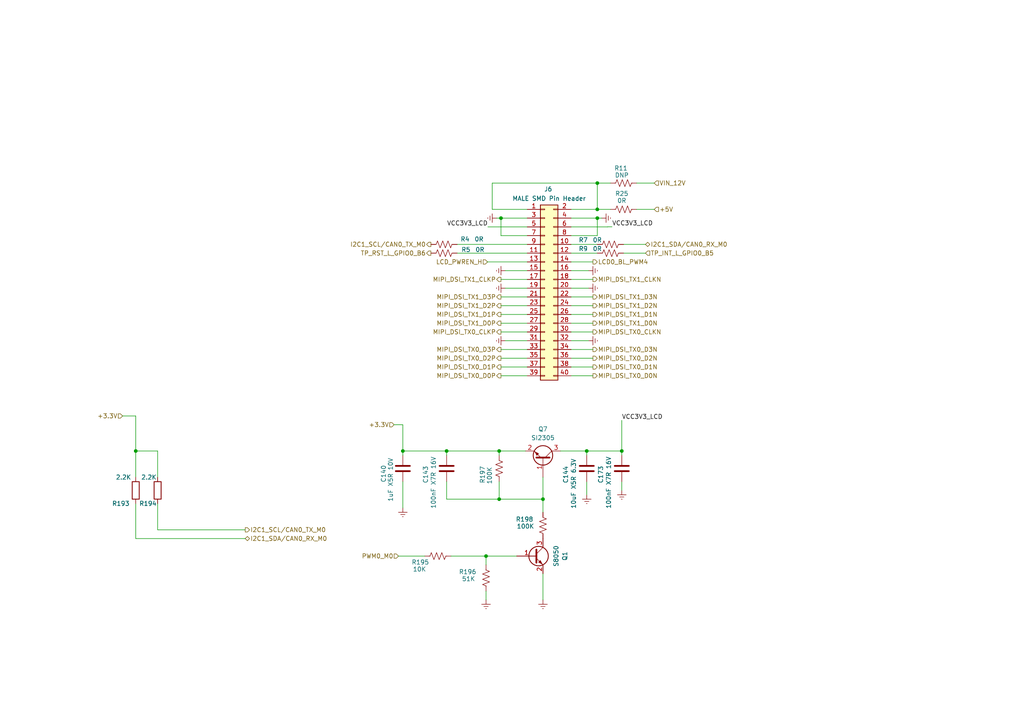
<source format=kicad_sch>
(kicad_sch (version 20231120) (generator "eeschema") (generator_version "8.0")
  (paper "A4")
  (lib_symbols
    (symbol "Connector_Generic:Conn_02x20_Odd_Even" (pin_names (offset 1.016) hide)
      (property "Reference" "J" (at 1.27 25.4 0))
      (property "Value" "Conn_02x20_Odd_Even" (at 1.27 -27.94 0))
      (symbol "Conn_02x20_Odd_Even_1_1"
        (rectangle (start -1.27 -25.273) (end 0 -25.527) (stroke (width 0.1524)))
        (rectangle (start -1.27 -22.733) (end 0 -22.987) (stroke (width 0.1524)))
        (rectangle (start -1.27 -20.193) (end 0 -20.447) (stroke (width 0.1524)))
        (rectangle (start -1.27 -17.653) (end 0 -17.907) (stroke (width 0.1524)))
        (rectangle (start -1.27 -15.113) (end 0 -15.367) (stroke (width 0.1524)))
        (rectangle (start -1.27 -12.573) (end 0 -12.827) (stroke (width 0.1524)))
        (rectangle (start -1.27 -10.033) (end 0 -10.287) (stroke (width 0.1524)))
        (rectangle (start -1.27 -7.493) (end 0 -7.747) (stroke (width 0.1524)))
        (rectangle (start -1.27 -4.953) (end 0 -5.207) (stroke (width 0.1524)))
        (rectangle (start -1.27 -2.413) (end 0 -2.667) (stroke (width 0.1524)))
        (rectangle (start -1.27 0.127) (end 0 -0.127) (stroke (width 0.1524)))
        (rectangle (start -1.27 2.667) (end 0 2.413) (stroke (width 0.1524)))
        (rectangle (start -1.27 5.207) (end 0 4.953) (stroke (width 0.1524)))
        (rectangle (start -1.27 7.747) (end 0 7.493) (stroke (width 0.1524)))
        (rectangle (start -1.27 10.287) (end 0 10.033) (stroke (width 0.1524)))
        (rectangle (start -1.27 12.827) (end 0 12.573) (stroke (width 0.1524)))
        (rectangle (start -1.27 15.367) (end 0 15.113) (stroke (width 0.1524)))
        (rectangle (start -1.27 17.907) (end 0 17.653) (stroke (width 0.1524)))
        (rectangle (start -1.27 20.447) (end 0 20.193) (stroke (width 0.1524)))
        (rectangle (start -1.27 22.987) (end 0 22.733) (stroke (width 0.1524)))
        (rectangle (start -1.27 24.13) (end 3.81 -26.67) (stroke (width 0.254)) (fill (type background)))
        (rectangle (start 3.81 -25.273) (end 2.54 -25.527) (stroke (width 0.1524)))
        (rectangle (start 3.81 -22.733) (end 2.54 -22.987) (stroke (width 0.1524)))
        (rectangle (start 3.81 -20.193) (end 2.54 -20.447) (stroke (width 0.1524)))
        (rectangle (start 3.81 -17.653) (end 2.54 -17.907) (stroke (width 0.1524)))
        (rectangle (start 3.81 -15.113) (end 2.54 -15.367) (stroke (width 0.1524)))
        (rectangle (start 3.81 -12.573) (end 2.54 -12.827) (stroke (width 0.1524)))
        (rectangle (start 3.81 -10.033) (end 2.54 -10.287) (stroke (width 0.1524)))
        (rectangle (start 3.81 -7.493) (end 2.54 -7.747) (stroke (width 0.1524)))
        (rectangle (start 3.81 -4.953) (end 2.54 -5.207) (stroke (width 0.1524)))
        (rectangle (start 3.81 -2.413) (end 2.54 -2.667) (stroke (width 0.1524)))
        (rectangle (start 3.81 0.127) (end 2.54 -0.127) (stroke (width 0.1524)))
        (rectangle (start 3.81 2.667) (end 2.54 2.413) (stroke (width 0.1524)))
        (rectangle (start 3.81 5.207) (end 2.54 4.953) (stroke (width 0.1524)))
        (rectangle (start 3.81 7.747) (end 2.54 7.493) (stroke (width 0.1524)))
        (rectangle (start 3.81 10.287) (end 2.54 10.033) (stroke (width 0.1524)))
        (rectangle (start 3.81 12.827) (end 2.54 12.573) (stroke (width 0.1524)))
        (rectangle (start 3.81 15.367) (end 2.54 15.113) (stroke (width 0.1524)))
        (rectangle (start 3.81 17.907) (end 2.54 17.653) (stroke (width 0.1524)))
        (rectangle (start 3.81 20.447) (end 2.54 20.193) (stroke (width 0.1524)))
        (rectangle (start 3.81 22.987) (end 2.54 22.733) (stroke (width 0.1524)))
        (pin passive line (at -5.08 22.86 0) (length 3.81) (name "Pin_1") (number "1"))
        (pin passive line (at 7.62 12.7 180) (length 3.81) (name "Pin_10") (number "10"))
        (pin passive line (at -5.08 10.16 0) (length 3.81) (name "Pin_11") (number "11"))
        (pin passive line (at 7.62 10.16 180) (length 3.81) (name "Pin_12") (number "12"))
        (pin passive line (at -5.08 7.62 0) (length 3.81) (name "Pin_13") (number "13"))
        (pin passive line (at 7.62 7.62 180) (length 3.81) (name "Pin_14") (number "14"))
        (pin passive line (at -5.08 5.08 0) (length 3.81) (name "Pin_15") (number "15"))
        (pin passive line (at 7.62 5.08 180) (length 3.81) (name "Pin_16") (number "16"))
        (pin passive line (at -5.08 2.54 0) (length 3.81) (name "Pin_17") (number "17"))
        (pin passive line (at 7.62 2.54 180) (length 3.81) (name "Pin_18") (number "18"))
        (pin passive line (at -5.08 0 0) (length 3.81) (name "Pin_19") (number "19"))
        (pin passive line (at 7.62 22.86 180) (length 3.81) (name "Pin_2") (number "2"))
        (pin passive line (at 7.62 0 180) (length 3.81) (name "Pin_20") (number "20"))
        (pin passive line (at -5.08 -2.54 0) (length 3.81) (name "Pin_21") (number "21"))
        (pin passive line (at 7.62 -2.54 180) (length 3.81) (name "Pin_22") (number "22"))
        (pin passive line (at -5.08 -5.08 0) (length 3.81) (name "Pin_23") (number "23"))
        (pin passive line (at 7.62 -5.08 180) (length 3.81) (name "Pin_24") (number "24"))
        (pin passive line (at -5.08 -7.62 0) (length 3.81) (name "Pin_25") (number "25"))
        (pin passive line (at 7.62 -7.62 180) (length 3.81) (name "Pin_26") (number "26"))
        (pin passive line (at -5.08 -10.16 0) (length 3.81) (name "Pin_27") (number "27"))
        (pin passive line (at 7.62 -10.16 180) (length 3.81) (name "Pin_28") (number "28"))
        (pin passive line (at -5.08 -12.7 0) (length 3.81) (name "Pin_29") (number "29"))
        (pin passive line (at -5.08 20.32 0) (length 3.81) (name "Pin_3") (number "3"))
        (pin passive line (at 7.62 -12.7 180) (length 3.81) (name "Pin_30") (number "30"))
        (pin passive line (at -5.08 -15.24 0) (length 3.81) (name "Pin_31") (number "31"))
        (pin passive line (at 7.62 -15.24 180) (length 3.81) (name "Pin_32") (number "32"))
        (pin passive line (at -5.08 -17.78 0) (length 3.81) (name "Pin_33") (number "33"))
        (pin passive line (at 7.62 -17.78 180) (length 3.81) (name "Pin_34") (number "34"))
        (pin passive line (at -5.08 -20.32 0) (length 3.81) (name "Pin_35") (number "35"))
        (pin passive line (at 7.62 -20.32 180) (length 3.81) (name "Pin_36") (number "36"))
        (pin passive line (at -5.08 -22.86 0) (length 3.81) (name "Pin_37") (number "37"))
        (pin passive line (at 7.62 -22.86 180) (length 3.81) (name "Pin_38") (number "38"))
        (pin passive line (at -5.08 -25.4 0) (length 3.81) (name "Pin_39") (number "39"))
        (pin passive line (at 7.62 20.32 180) (length 3.81) (name "Pin_4") (number "4"))
        (pin passive line (at 7.62 -25.4 180) (length 3.81) (name "Pin_40") (number "40"))
        (pin passive line (at -5.08 17.78 0) (length 3.81) (name "Pin_5") (number "5"))
        (pin passive line (at 7.62 17.78 180) (length 3.81) (name "Pin_6") (number "6"))
        (pin passive line (at -5.08 15.24 0) (length 3.81) (name "Pin_7") (number "7"))
        (pin passive line (at 7.62 15.24 180) (length 3.81) (name "Pin_8") (number "8"))
        (pin passive line (at -5.08 12.7 0) (length 3.81) (name "Pin_9") (number "9"))
      )
    )
    (symbol "Device:C" (pin_numbers hide) (pin_names (offset 0.254))
      (property "Reference" "C" (at 0.635 2.54 0))
      (property "Value" "C" (at 0.635 -2.54 0))
      (symbol "C_0_1"
        (polyline (pts (xy -2.032 -0.762) (xy 2.032 -0.762)) (stroke (width 0.508)))
        (polyline (pts (xy -2.032 0.762) (xy 2.032 0.762)) (stroke (width 0.508)))
      )
      (symbol "C_1_1"
        (pin passive line (at 0 3.81 270) (length 2.794) (name "~") (number "1"))
        (pin passive line (at 0 -3.81 90) (length 2.794) (name "~") (number "2"))
      )
    )
    (symbol "Device:R" (pin_numbers hide) (pin_names (offset 0))
      (property "Reference" "R" (at 2.032 0 90))
      (property "Value" "R" (at 0 0 90))
      (symbol "R_0_1"
        (rectangle (start -1.016 -2.54) (end 1.016 2.54) (stroke (width 0.254)))
      )
      (symbol "R_1_1"
        (pin passive line (at 0 3.81 270) (length 1.27) (name "~") (number "1"))
        (pin passive line (at 0 -3.81 90) (length 1.27) (name "~") (number "2"))
      )
    )
    (symbol "Device:R_US" (pin_numbers hide) (pin_names (offset 0))
      (property "Reference" "R" (at 2.54 0 90))
      (property "Value" "R_US" (at -2.54 0 90))
      (symbol "R_US_0_1"
        (polyline (pts (xy 0 -2.286) (xy 0 -2.54)))
        (polyline (pts (xy 0 2.286) (xy 0 2.54)))
        (polyline (pts (xy 0 -0.762) (xy 1.016 -1.143) (xy 0 -1.524) (xy -1.016 -1.905) (xy 0 -2.286)))
        (polyline (pts (xy 0 0.762) (xy 1.016 0.381) (xy 0 0) (xy -1.016 -0.381) (xy 0 -0.762)))
        (polyline (pts (xy 0 2.286) (xy 1.016 1.905) (xy 0 1.524) (xy -1.016 1.143) (xy 0 0.762)))
      )
      (symbol "R_US_1_1"
        (pin passive line (at 0 3.81 270) (length 1.27) (name "~") (number "1"))
        (pin passive line (at 0 -3.81 90) (length 1.27) (name "~") (number "2"))
      )
    )
    (symbol "Transistor_BJT:BC846" (pin_names (offset 0) hide)
      (property "Reference" "Q?" (at 5.08 1.2701 0))
      (property "Value" "BC846" (at 5.08 -1.2699 0))
      (symbol "BC846_0_1"
        (polyline (pts (xy 0.635 0.635) (xy 2.54 2.54)))
        (polyline (pts (xy 0.635 -0.635) (xy 2.54 -2.54) (xy 2.54 -2.54)))
        (polyline (pts (xy 0.635 1.905) (xy 0.635 -1.905) (xy 0.635 -1.905)) (stroke (width 0.508)))
        (polyline (pts (xy 1.27 -1.778) (xy 1.778 -1.27) (xy 2.286 -2.286) (xy 1.27 -1.778) (xy 1.27 -1.778)) (fill (type outline)))
        (circle (center 1.27 0) (radius 2.8194) (stroke (width 0.254)))
      )
      (symbol "BC846_1_1"
        (pin input line (at -5.08 0 0) (length 5.715) (name "B") (number "1"))
        (pin passive line (at 2.54 -5.08 90) (length 2.54) (name "S") (number "2"))
        (pin passive line (at 2.54 5.08 270) (length 2.54) (name "D") (number "3"))
      )
    )
    (symbol "power:Earth" (power) (pin_names (offset 0))
      (symbol "Earth_0_1"
        (polyline (pts (xy -0.635 -1.905) (xy 0.635 -1.905)))
        (polyline (pts (xy -0.127 -2.54) (xy 0.127 -2.54)))
        (polyline (pts (xy 0 -1.27) (xy 0 0)))
        (polyline (pts (xy 1.27 -1.27) (xy -1.27 -1.27)))
      )
      (symbol "Earth_1_1"
        (pin power_in line (at 0 0 270) (length 0) hide (name "Earth") (number "1"))
      )
    )
  )
  (junction (at 173.2431 53.1064))
  (junction (at 140.97 161.29))
  (junction (at 157.48 144.78))
  (junction (at 173.2431 63.2664))
  (junction (at 170.18 130.81))
  (junction (at 144.78 144.78))
  (junction (at 180.34 130.81))
  (junction (at 39.37 130.81))
  (junction (at 129.54 130.81))
  (junction (at 116.84 130.81))
  (junction (at 173.2431 60.7264))
  (junction (at 144.78 130.81))
  (junction (at 145.3031 63.2664))
  (wire (pts (xy 39.37 146.05) (xy 39.37 156.21)))
  (wire (pts (xy 165.6231 83.5864) (xy 170.7031 83.5864)))
  (wire (pts (xy 116.84 123.19) (xy 116.84 130.81)))
  (wire (pts (xy 132.6031 73.4264) (xy 152.9231 73.4264)))
  (wire (pts (xy 146.5731 98.8264) (xy 152.9231 98.8264)))
  (wire (pts (xy 144.78 130.81) (xy 152.4 130.81)))
  (wire (pts (xy 129.54 130.81) (xy 144.78 130.81)))
  (wire (pts (xy 165.6231 96.2864) (xy 171.9731 96.2864)))
  (wire (pts (xy 180.34 142.24) (xy 180.34 139.7)))
  (wire (pts (xy 165.6231 78.5064) (xy 170.7031 78.5064)))
  (wire (pts (xy 165.6231 63.2664) (xy 173.2431 63.2664)))
  (wire (pts (xy 145.3031 88.6664) (xy 152.9231 88.6664)))
  (wire (pts (xy 189.7531 60.7264) (xy 184.6731 60.7264)))
  (wire (pts (xy 140.97 161.29) (xy 140.97 163.83)))
  (wire (pts (xy 45.72 146.05) (xy 45.72 153.67)))
  (wire (pts (xy 115.57 161.29) (xy 123.19 161.29)))
  (wire (pts (xy 180.34 121.92) (xy 180.34 130.81)))
  (wire (pts (xy 180.34 130.81) (xy 180.34 132.08)))
  (wire (pts (xy 170.18 130.81) (xy 170.18 132.08)))
  (wire (pts (xy 165.6231 98.8264) (xy 170.7031 98.8264)))
  (wire (pts (xy 145.3031 68.3464) (xy 145.3031 63.2664)))
  (wire (pts (xy 114.3 123.19) (xy 116.84 123.19)))
  (wire (pts (xy 165.6231 75.9664) (xy 171.9731 75.9664)))
  (wire (pts (xy 129.54 130.81) (xy 129.54 132.08)))
  (wire (pts (xy 165.6231 106.4464) (xy 171.9731 106.4464)))
  (wire (pts (xy 45.72 138.43) (xy 45.72 130.81)))
  (wire (pts (xy 142.7631 53.1064) (xy 173.2431 53.1064)))
  (wire (pts (xy 173.2431 53.1064) (xy 177.0531 53.1064)))
  (wire (pts (xy 176.2243 65.7834) (xy 176.2243 65.8064)))
  (wire (pts (xy 145.3031 81.0464) (xy 152.9231 81.0464)))
  (wire (pts (xy 157.48 144.78) (xy 157.48 148.59)))
  (wire (pts (xy 129.54 139.7) (xy 129.54 144.78)))
  (wire (pts (xy 39.37 130.81) (xy 39.37 138.43)))
  (wire (pts (xy 145.3031 91.2064) (xy 152.9231 91.2064)))
  (wire (pts (xy 180.8631 70.8864) (xy 187.2131 70.8864)))
  (wire (pts (xy 173.2431 68.3464) (xy 173.2431 63.2664)))
  (wire (pts (xy 141.4931 65.8064) (xy 152.9231 65.8064)))
  (wire (pts (xy 170.18 130.81) (xy 180.34 130.81)))
  (wire (pts (xy 130.81 161.29) (xy 140.97 161.29)))
  (wire (pts (xy 141.3955 75.9664) (xy 141.3955 75.9728)))
  (wire (pts (xy 173.2431 60.7264) (xy 165.6231 60.7264)))
  (wire (pts (xy 141.3955 75.9664) (xy 152.9231 75.9664)))
  (wire (pts (xy 145.3031 68.3464) (xy 152.9231 68.3464)))
  (wire (pts (xy 144.0331 63.2664) (xy 145.3031 63.2664)))
  (wire (pts (xy 173.2431 60.7264) (xy 177.0531 60.7264)))
  (wire (pts (xy 165.6231 68.3464) (xy 173.2431 68.3464)))
  (wire (pts (xy 145.3031 96.2864) (xy 152.9231 96.2864)))
  (wire (pts (xy 145.3031 106.4464) (xy 152.9231 106.4464)))
  (wire (pts (xy 144.78 130.81) (xy 144.78 132.08)))
  (wire (pts (xy 142.7631 60.7264) (xy 142.7631 53.1064)))
  (wire (pts (xy 157.48 166.37) (xy 157.48 173.99)))
  (wire (pts (xy 165.6231 70.8864) (xy 173.2431 70.8864)))
  (wire (pts (xy 165.6231 93.7464) (xy 171.9731 93.7464)))
  (wire (pts (xy 176.2243 65.8064) (xy 165.6231 65.8064)))
  (wire (pts (xy 144.78 144.78) (xy 157.48 144.78)))
  (wire (pts (xy 144.78 139.7) (xy 144.78 144.78)))
  (wire (pts (xy 157.48 138.43) (xy 157.48 144.78)))
  (wire (pts (xy 145.3031 103.9064) (xy 152.9231 103.9064)))
  (wire (pts (xy 165.6231 91.2064) (xy 171.9731 91.2064)))
  (wire (pts (xy 165.6231 101.3664) (xy 171.9731 101.3664)))
  (wire (pts (xy 39.37 156.21) (xy 71.12 156.21)))
  (wire (pts (xy 165.6231 108.9864) (xy 171.9731 108.9864)))
  (wire (pts (xy 170.18 143.51) (xy 170.18 139.7)))
  (wire (pts (xy 146.5731 78.5064) (xy 152.9231 78.5064)))
  (wire (pts (xy 149.86 161.29) (xy 140.97 161.29)))
  (wire (pts (xy 165.6231 88.6664) (xy 171.9731 88.6664)))
  (wire (pts (xy 180.8631 73.4264) (xy 187.2131 73.4264)))
  (wire (pts (xy 116.84 130.81) (xy 116.84 132.08)))
  (wire (pts (xy 129.54 144.78) (xy 144.78 144.78)))
  (wire (pts (xy 140.97 171.45) (xy 140.97 173.99)))
  (wire (pts (xy 165.6231 73.4264) (xy 173.2431 73.4264)))
  (wire (pts (xy 39.37 120.65) (xy 39.37 130.81)))
  (wire (pts (xy 145.3031 101.3664) (xy 152.9231 101.3664)))
  (wire (pts (xy 145.3031 86.1264) (xy 152.9231 86.1264)))
  (wire (pts (xy 45.72 130.81) (xy 39.37 130.81)))
  (wire (pts (xy 132.6031 70.8864) (xy 152.9231 70.8864)))
  (wire (pts (xy 165.6231 86.1264) (xy 171.9731 86.1264)))
  (wire (pts (xy 176.2243 65.7834) (xy 177.5157 65.7834)))
  (wire (pts (xy 189.7531 53.1064) (xy 184.6731 53.1064)))
  (wire (pts (xy 116.84 139.7) (xy 116.84 147.32)))
  (wire (pts (xy 145.3031 108.9864) (xy 152.9231 108.9864)))
  (wire (pts (xy 173.2431 53.1064) (xy 173.2431 60.7264)))
  (wire (pts (xy 45.72 153.67) (xy 71.12 153.67)))
  (wire (pts (xy 162.56 130.81) (xy 170.18 130.81)))
  (wire (pts (xy 165.6231 81.0464) (xy 171.9731 81.0464)))
  (wire (pts (xy 142.7631 60.7264) (xy 152.9231 60.7264)))
  (wire (pts (xy 145.3031 93.7464) (xy 152.9231 93.7464)))
  (wire (pts (xy 173.2431 63.2664) (xy 174.5131 63.2664)))
  (wire (pts (xy 146.5731 83.5864) (xy 152.9231 83.5864)))
  (wire (pts (xy 165.6231 103.9064) (xy 171.9731 103.9064)))
  (wire (pts (xy 116.84 130.81) (xy 129.54 130.81)))
  (wire (pts (xy 145.3031 63.2664) (xy 152.9231 63.2664)))
  (wire (pts (xy 35.56 120.65) (xy 39.37 120.65)))
  (label "VCC3V3_LCD" (at 177.5157 65.7834 0))
  (label "VCC3V3_LCD" (at 141.4931 65.8064 180))
  (label "VCC3V3_LCD" (at 180.34 121.92 0))
  (hierarchical_label "MIPI_DSI_TX0_D1N" (shape output) (at 171.9731 106.4464 0))
  (hierarchical_label "I2C1_SCL{slash}CAN0_TX_M0" (shape output) (at 71.12 153.67 0))
  (hierarchical_label "MIPI_DSI_TX0_D3N" (shape output) (at 171.9731 101.3664 0))
  (hierarchical_label "MIPI_DSI_TX1_CLKN" (shape output) (at 171.9731 81.0464 0))
  (hierarchical_label "TP_INT_L_GPIO0_B5" (shape input) (at 187.2131 73.4264 0))
  (hierarchical_label "MIPI_DSI_TX1_D2N" (shape output) (at 171.9731 88.6664 0))
  (hierarchical_label "MIPI_DSI_TX1_D1P" (shape output) (at 145.3031 91.2064 180))
  (hierarchical_label "MIPI_DSI_TX0_D0N" (shape output) (at 171.9731 108.9864 0))
  (hierarchical_label "MIPI_DSI_TX0_D3P" (shape output) (at 145.3031 101.3664 180))
  (hierarchical_label "TP_RST_L_GPIO0_B6" (shape output) (at 124.9831 73.4264 180))
  (hierarchical_label "MIPI_DSI_TX1_D1N" (shape output) (at 171.9731 91.2064 0))
  (hierarchical_label "LCD_PWREN_H" (shape input) (at 141.3955 75.9728 180))
  (hierarchical_label "MIPI_DSI_TX0_D2P" (shape output) (at 145.3031 103.9064 180))
  (hierarchical_label "LCD0_BL_PWM4" (shape output) (at 171.9731 75.9664 0))
  (hierarchical_label "MIPI_DSI_TX1_D0N" (shape output) (at 171.9731 93.7464 0))
  (hierarchical_label "MIPI_DSI_TX1_D2P" (shape output) (at 145.3031 88.6664 180))
  (hierarchical_label "+3.3V" (shape input) (at 35.56 120.65 180))
  (hierarchical_label "MIPI_DSI_TX0_CLKN" (shape output) (at 171.9731 96.2864 0))
  (hierarchical_label "MIPI_DSI_TX0_D2N" (shape output) (at 171.9731 103.9064 0))
  (hierarchical_label "I2C1_SDA{slash}CAN0_RX_M0" (shape bidirectional) (at 187.2131 70.8864 0))
  (hierarchical_label "MIPI_DSI_TX1_D3P" (shape output) (at 145.3031 86.1264 180))
  (hierarchical_label "MIPI_DSI_TX1_D3N" (shape output) (at 171.9731 86.1264 0))
  (hierarchical_label "I2C1_SDA{slash}CAN0_RX_M0" (shape bidirectional) (at 71.12 156.21 0))
  (hierarchical_label "MIPI_DSI_TX1_CLKP" (shape output) (at 145.3031 81.0464 180))
  (hierarchical_label "+5V" (shape input) (at 189.7531 60.7264 0))
  (hierarchical_label "I2C1_SCL{slash}CAN0_TX_M0" (shape output) (at 124.9831 70.8864 180))
  (hierarchical_label "MIPI_DSI_TX0_CLKP" (shape output) (at 145.3031 96.2864 180))
  (hierarchical_label "MIPI_DSI_TX1_D0P" (shape output) (at 145.3031 93.7464 180))
  (hierarchical_label "MIPI_DSI_TX0_D1P" (shape output) (at 145.3031 106.4464 180))
  (hierarchical_label "+3.3V" (shape input) (at 114.3 123.19 180))
  (hierarchical_label "PWM0_M0" (shape input) (at 115.57 161.29 180))
  (hierarchical_label "VIN_12V" (shape input) (at 189.7531 53.1064 0))
  (hierarchical_label "MIPI_DSI_TX0_D0P" (shape output) (at 145.3031 108.9864 180))
  (symbol (lib_id "power:Earth") (at 170.7031 83.5864 90) (unit 1)
    (property "Reference" "#PWR062" (effects (hide yes)))
    (property "Value" "Earth" (effects (hide yes)))
    (property "Description" "Power symbol creates a global label with name \"Earth\"" (effects (hide yes)))
  )
  (symbol (lib_id "power:Earth") (at 157.48 173.99 0) (unit 1)
    (property "Reference" "#PWR0123" (effects (hide yes)))
    (property "Value" "Earth" (effects (hide yes)))
    (property "Description" "Power symbol creates a global label with name \"Earth\"" (effects (hide yes)))
  )
  (symbol (lib_id "power:Earth") (at 144.0331 63.2664 270) (unit 1)
    (property "Reference" "#PWR057" (effects (hide yes)))
    (property "Value" "Earth" (effects (hide yes)))
    (property "Description" "Power symbol creates a global label with name \"Earth\"" (effects (hide yes)))
  )
  (symbol (lib_id "power:Earth") (at 146.5731 98.8264 270) (unit 1)
    (property "Reference" "#PWR060" (effects (hide yes)))
    (property "Value" "Earth" (effects (hide yes)))
    (property "Description" "Power symbol creates a global label with name \"Earth\"" (effects (hide yes)))
  )
  (symbol (lib_id "Device:R_US") (at 157.48 152.4 180) (unit 1)
    (property "Reference" "R198" (at 152.146 150.622 0))
    (property "Value" "100K" (at 152.4 152.654 0))
    (property "Footprint" "Resistor_SMD:R_0402_1005Metric" (effects (hide yes)))
    (property "Description" "Resistor, US symbol" (effects (hide yes)))
    (property "MPN" "0402WGF1003TCE" (effects (hide yes)))
  )
  (symbol (lib_id "Device:R_US") (at 140.97 167.64 180) (unit 1)
    (property "Reference" "R196" (at 135.636 165.862 0))
    (property "Value" "51K" (at 135.89 167.894 0))
    (property "Footprint" "Resistor_SMD:R_0402_1005Metric" (effects (hide yes)))
    (property "Description" "Resistor, US symbol" (effects (hide yes)))
    (property "MPN" "0402WGF5102TCE" (effects (hide yes)))
  )
  (symbol (lib_id "power:Earth") (at 170.7031 78.5064 90) (unit 1)
    (property "Reference" "#PWR061" (effects (hide yes)))
    (property "Value" "Earth" (effects (hide yes)))
    (property "Description" "Power symbol creates a global label with name \"Earth\"" (effects (hide yes)))
  )
  (symbol (lib_id "Device:R_US") (at 127 161.29 270) (unit 1)
    (property "Reference" "R195" (at 121.92 163.068 90))
    (property "Value" "10K" (at 121.666 165.1 90))
    (property "Footprint" "Resistor_SMD:R_0402_1005Metric" (effects (hide yes)))
    (property "Description" "Resistor, US symbol" (effects (hide yes)))
    (property "MPN" "RC0402FR-0710KL" (effects (hide yes)))
  )
  (symbol (lib_id "Device:C") (at 116.84 135.89 0) (unit 1)
    (property "Reference" "C140" (at 111.252 139.954 90) (effects (justify left)))
    (property "Value" "1uF X5R 10V" (at 113.284 145.542 90) (effects (justify left)))
    (property "Footprint" "Capacitor_SMD:C_0402_1005Metric" (effects (hide yes)))
    (property "Description" "Unpolarized capacitor" (effects (hide yes)))
    (property "MPN" "CL05A105KP5NNNC" (effects (hide yes)))
  )
  (symbol (lib_id "Transistor_BJT:BC846") (at 157.48 133.35 270) (mirror x) (unit 1)
    (property "Reference" "Q7" (at 157.48 124.46 90))
    (property "Value" "SI2305" (at 157.48 127 90))
    (property "Footprint" "Package_TO_SOT_SMD:SOT-23" (effects (hide yes)))
    (property "Datasheet" "https://assets.nexperia.com/documents/data-sheet/BC846_SER.pdf" (effects (hide yes)))
    (property "Description" "0.1A Ic, 65V Vce, NPN Transistor, SOT-23" (effects (hide yes)))
    (property "MPN" "SI2305" (effects (hide yes)))
  )
  (symbol (lib_id "Device:R") (at 39.37 142.24 180) (unit 1)
    (property "Reference" "R193" (at 35.052 146.05 0))
    (property "Value" "2.2K" (at 35.814 138.43 0))
    (property "Footprint" "Resistor_SMD:R_0402_1005Metric" (effects (hide yes)))
    (property "Description" "Resistor" (effects (hide yes)))
    (property "MPN" "0402WGF2201TCE" (effects (hide yes)))
  )
  (symbol (lib_id "Device:C") (at 170.18 135.89 0) (unit 1)
    (property "Reference" "C144" (at 164.084 140.208 90) (effects (justify left)))
    (property "Value" "10uF X5R 6.3V" (at 166.37 147.574 90) (effects (justify left)))
    (property "Footprint" "Capacitor_SMD:C_0402_1005Metric" (effects (hide yes)))
    (property "Description" "Unpolarized capacitor" (effects (hide yes)))
    (property "MPN" "CL05A106MQ5NUNC" (effects (hide yes)))
  )
  (symbol (lib_id "Device:C") (at 180.34 135.89 0) (unit 1)
    (property "Reference" "C173" (at 174.244 140.208 90) (effects (justify left)))
    (property "Value" "100nF X7R 16V" (at 176.53 147.574 90) (effects (justify left)))
    (property "Footprint" "Capacitor_SMD:C_0402_1005Metric" (effects (hide yes)))
    (property "Description" "Unpolarized capacitor" (effects (hide yes)))
    (property "MPN" "CC0402KRX7R7BB104" (effects (hide yes)))
  )
  (symbol (lib_id "Connector_Generic:Conn_02x20_Odd_Even") (at 158.0031 83.5864 0) (unit 1)
    (property "Reference" "J6" (at 159.004 54.864 0))
    (property "Value" "MALE SMD Pin Header" (at 159.2731 57.5713 0))
    (property "Footprint" "Connector_PinHeader_1.27mm:PinHeader_2x20_P1.27mm_Vertical" (effects (hide yes)))
    (property "Description" "Generic connector, double row, 02x20, odd/even pin numbering scheme (row 1 odd numbers, row 2 even numbers), script generated (kicad-library-utils/schlib/autogen/connector/)" (effects (hide yes)))
    (property "MPN" "2*20 1.27mm 插件排针" (effects (hide yes)))
  )
  (symbol (lib_id "power:Earth") (at 170.7031 98.8264 90) (unit 1)
    (property "Reference" "#PWR063" (effects (hide yes)))
    (property "Value" "Earth" (effects (hide yes)))
    (property "Description" "Power symbol creates a global label with name \"Earth\"" (effects (hide yes)))
  )
  (symbol (lib_id "Device:R_US") (at 128.7931 70.8864 90) (unit 1)
    (property "Reference" "R4" (at 134.8891 69.3624 90))
    (property "Value" "0R" (at 138.9531 69.3624 90))
    (property "Footprint" "Resistor_SMD:R_0603_1608Metric" (effects (hide yes)))
    (property "Description" "Resistor, US symbol" (effects (hide yes)))
    (property "MPN" "0603WAF0000T5E" (effects (hide yes)))
  )
  (symbol (lib_id "power:Earth") (at 174.5131 63.2664 90) (unit 1)
    (property "Reference" "#PWR064" (effects (hide yes)))
    (property "Value" "Earth" (effects (hide yes)))
    (property "Description" "Power symbol creates a global label with name \"Earth\"" (effects (hide yes)))
  )
  (symbol (lib_id "Device:C") (at 129.54 135.89 0) (unit 1)
    (property "Reference" "C143" (at 123.444 140.208 90) (effects (justify left)))
    (property "Value" "100nF X7R 16V" (at 125.73 147.574 90) (effects (justify left)))
    (property "Footprint" "Capacitor_SMD:C_0402_1005Metric" (effects (hide yes)))
    (property "Description" "Unpolarized capacitor" (effects (hide yes)))
    (property "MPN" "CC0402KRX7R7BB104" (effects (hide yes)))
  )
  (symbol (lib_id "power:Earth") (at 146.5731 78.5064 270) (unit 1)
    (property "Reference" "#PWR058" (effects (hide yes)))
    (property "Value" "Earth" (effects (hide yes)))
    (property "Description" "Power symbol creates a global label with name \"Earth\"" (effects (hide yes)))
  )
  (symbol (lib_id "Transistor_BJT:BC846") (at 154.94 161.29 0) (unit 1)
    (property "Reference" "Q1" (at 163.83 161.29 90))
    (property "Value" "S8050" (at 161.29 161.29 90))
    (property "Footprint" "Package_TO_SOT_SMD:SOT-23" (effects (hide yes)))
    (property "Datasheet" "https://assets.nexperia.com/documents/data-sheet/BC846_SER.pdf" (effects (hide yes)))
    (property "Description" "0.1A Ic, 65V Vce, NPN Transistor, SOT-23" (effects (hide yes)))
    (property "MPN" "S8050" (effects (hide yes)))
  )
  (symbol (lib_id "Device:R") (at 45.72 142.24 0) (unit 1)
    (property "Reference" "R194" (at 42.926 146.05 0))
    (property "Value" "2.2K" (at 43.18 138.43 0))
    (property "Footprint" "Resistor_SMD:R_0402_1005Metric" (effects (hide yes)))
    (property "Description" "Resistor" (effects (hide yes)))
    (property "MPN" "0402WGF2201TCE" (effects (hide yes)))
  )
  (symbol (lib_id "Device:R_US") (at 177.0531 70.8864 90) (unit 1)
    (property "Reference" "R7" (at 169.1791 69.6164 90))
    (property "Value" "0R" (at 173.2431 69.6164 90))
    (property "Footprint" "Resistor_SMD:R_0603_1608Metric" (effects (hide yes)))
    (property "Description" "Resistor, US symbol" (effects (hide yes)))
    (property "MPN" "0603WAF0000T5E" (effects (hide yes)))
  )
  (symbol (lib_id "Device:R_US") (at 180.8631 53.1064 90) (unit 1)
    (property "Reference" "R11" (at 180.1011 48.7884 90))
    (property "Value" "DNP" (at 180.3551 50.8204 90))
    (property "Footprint" "Resistor_SMD:R_0603_1608Metric" (effects (hide yes)))
    (property "Description" "Resistor, US symbol" (effects (hide yes)))
  )
  (symbol (lib_id "power:Earth") (at 116.84 147.32 0) (unit 1)
    (property "Reference" "#PWR0110" (effects (hide yes)))
    (property "Value" "Earth" (effects (hide yes)))
    (property "Description" "Power symbol creates a global label with name \"Earth\"" (effects (hide yes)))
  )
  (symbol (lib_id "power:Earth") (at 140.97 173.99 0) (unit 1)
    (property "Reference" "#PWR0122" (effects (hide yes)))
    (property "Value" "Earth" (effects (hide yes)))
    (property "Description" "Power symbol creates a global label with name \"Earth\"" (effects (hide yes)))
  )
  (symbol (lib_id "power:Earth") (at 170.18 143.51 0) (unit 1)
    (property "Reference" "#PWR046" (effects (hide yes)))
    (property "Value" "Earth" (effects (hide yes)))
    (property "Description" "Power symbol creates a global label with name \"Earth\"" (effects (hide yes)))
  )
  (symbol (lib_id "Device:R_US") (at 128.7931 73.4264 90) (unit 1)
    (property "Reference" "R5" (at 135.1431 72.4104 90))
    (property "Value" "0R" (at 139.2071 72.4104 90))
    (property "Footprint" "Resistor_SMD:R_0603_1608Metric" (effects (hide yes)))
    (property "Description" "Resistor, US symbol" (effects (hide yes)))
    (property "MPN" "0603WAF0000T5E" (effects (hide yes)))
  )
  (symbol (lib_id "power:Earth") (at 146.5731 83.5864 270) (unit 1)
    (property "Reference" "#PWR059" (effects (hide yes)))
    (property "Value" "Earth" (effects (hide yes)))
    (property "Description" "Power symbol creates a global label with name \"Earth\"" (effects (hide yes)))
  )
  (symbol (lib_id "Device:R_US") (at 180.8631 60.7264 90) (unit 1)
    (property "Reference" "R25" (at 180.3551 56.1544 90))
    (property "Value" "0R" (at 180.3551 58.1864 90))
    (property "Footprint" "Resistor_SMD:R_0603_1608Metric" (effects (hide yes)))
    (property "Description" "Resistor, US symbol" (effects (hide yes)))
    (property "MPN" "0603WAF0000T5E" (effects (hide yes)))
  )
  (symbol (lib_id "Device:R_US") (at 177.0531 73.4264 90) (unit 1)
    (property "Reference" "R9" (at 169.1791 72.1564 90))
    (property "Value" "0R" (at 173.2431 72.1564 90))
    (property "Footprint" "Resistor_SMD:R_0603_1608Metric" (effects (hide yes)))
    (property "Description" "Resistor, US symbol" (effects (hide yes)))
    (property "MPN" "0603WAF0000T5E" (effects (hide yes)))
  )
  (symbol (lib_id "power:Earth") (at 180.34 142.24 0) (unit 1)
    (property "Reference" "#PWR047" (effects (hide yes)))
    (property "Value" "Earth" (effects (hide yes)))
    (property "Description" "Power symbol creates a global label with name \"Earth\"" (effects (hide yes)))
  )
  (symbol (lib_id "Device:R_US") (at 144.78 135.89 180) (unit 1)
    (property "Reference" "R197" (at 139.954 137.668 90))
    (property "Value" "100K" (at 141.986 137.922 90))
    (property "Footprint" "Resistor_SMD:R_0402_1005Metric" (effects (hide yes)))
    (property "Description" "Resistor, US symbol" (effects (hide yes)))
    (property "MPN" "0402WGF1003TCE" (effects (hide yes)))
  )
)
</source>
